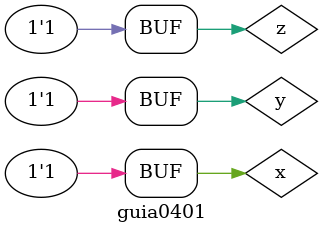
<source format=v>
module fxyz (output s, input x, y, z);
assign s = ~(~x & ~y) & ~z;
endmodule 

module guia0401;
reg x, y, z;
wire s;

fxyz FXYZ (s, x, y, z);

initial 
begin: start
    x = 1'bx; y = 1'bx; z = 1'bx; 
end

initial 
begin: main
    $display("Exercicio 0401");
    $display("Questao C");
    $display(" ( x' . y' )' . z' = s ");
    $display(" x  y  z  =  s ");
    $monitor(" %b  %b  %b  =  %b ", x, y, z, s);

    #1 x = 0; y = 0; z = 0; 
    #1 x = 0; y = 0; z = 1; 
    #1 x = 0; y = 1; z = 0; 
    #1 x = 0; y = 1; z = 1; 
    #1 x = 1; y = 0; z = 0; 
    #1 x = 1; y = 0; z = 1; 
    #1 x = 1; y = 1; z = 0; 
    #1 x = 1; y = 1; z = 1; 
end
endmodule
</source>
